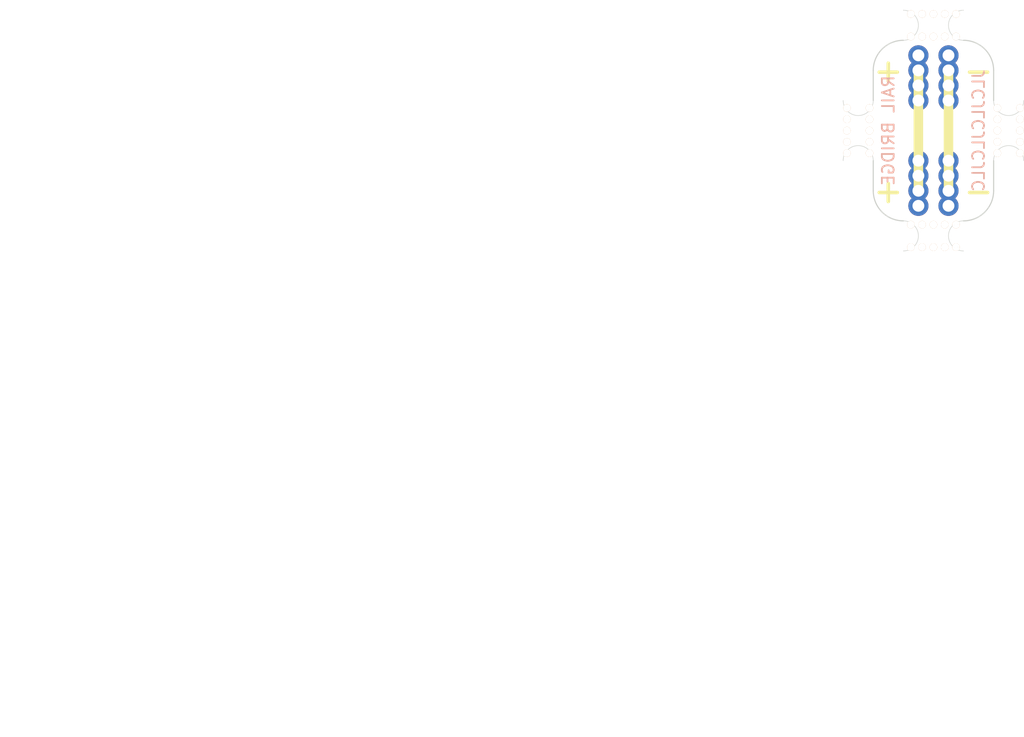
<source format=kicad_pcb>
(kicad_pcb (version 20221018) (generator pcbnew)
  (layers (0 "F.Cu" signal) (31 "B.Cu" signal) (34 "B.Paste" user) (35 "F.Paste" user) (36 "B.SilkS" user "B.Silkscreen") (37 "F.SilkS" user "F.Silkscreen") (38 "B.Mask" user) (39 "F.Mask" user) (44 "Edge.Cuts" user))
  (net 0 "")
  (net 1 "GND")
  (net 2 "VCC")
  (footprint "Library:Mouse_bites_small" (layer "F.Cu") (at 123.19 64.77 90)
    (fp_text reference "REF**" hide)
    (fp_text value "Mouse_bites_small" hide)
    (fp_arc (start -2.54 -1.27) (mid -1.27 0) (end -2.54 1.27) (stroke (width 0.05)) (layer "Edge.Cuts"))
    (fp_arc (start 2.54 1.27) (mid 1.27 0) (end 2.54 -1.27) (stroke (width 0.05)) (layer "Edge.Cuts"))
    (pad "" np_thru_hole circle (at -1.905 -0.9525 90) (size 0.635 0.635) (drill 0.635) (layers "*.SilkS"))
    (pad "" np_thru_hole circle (at -1.905 0.9525 90) (size 0.635 0.635) (drill 0.635) (layers "*.SilkS"))
    (pad "" np_thru_hole circle (at -0.9525 -0.9525 90) (size 0.635 0.635) (drill 0.635) (layers "*.SilkS"))
    (pad "" np_thru_hole circle (at -0.9525 0.9525 90) (size 0.635 0.635) (drill 0.635) (layers "*.SilkS"))
    (pad "" np_thru_hole circle (at 0 -0.9525 90) (size 0.635 0.635) (drill 0.635) (layers "*.SilkS"))
    (pad "" np_thru_hole circle (at 0 0.9525 90) (size 0.635 0.635) (drill 0.635) (layers "*.SilkS"))
    (pad "" np_thru_hole circle (at 0.9525 -0.9525 90) (size 0.635 0.635) (drill 0.635) (layers "*.SilkS"))
    (pad "" np_thru_hole circle (at 0.9525 0.9525 90) (size 0.635 0.635) (drill 0.635) (layers "*.SilkS"))
    (pad "" np_thru_hole circle (at 1.905 -0.9525 90) (size 0.635 0.635) (drill 0.635) (layers "*.SilkS"))
    (pad "" np_thru_hole circle (at 1.905 0.9525 90) (size 0.635 0.635) (drill 0.635) (layers "*.SilkS"))
  )
  (footprint "Library:Mouse_bites_small" (layer "F.Cu") (at 116.84 55.88 180)
    (fp_text reference "REF**" hide)
    (fp_text value "Mouse_bites_small" hide)
    (fp_arc (start -2.54 -1.27) (mid -1.27 0) (end -2.54 1.27) (stroke (width 0.05)) (layer "Edge.Cuts"))
    (fp_arc (start 2.54 1.27) (mid 1.27 0) (end 2.54 -1.27) (stroke (width 0.05)) (layer "Edge.Cuts"))
    (pad "" np_thru_hole circle (at -1.905 -0.9525 180) (size 0.635 0.635) (drill 0.635) (layers "*.SilkS"))
    (pad "" np_thru_hole circle (at -1.905 0.9525 180) (size 0.635 0.635) (drill 0.635) (layers "*.SilkS"))
    (pad "" np_thru_hole circle (at -0.9525 -0.9525 180) (size 0.635 0.635) (drill 0.635) (layers "*.SilkS"))
    (pad "" np_thru_hole circle (at -0.9525 0.9525 180) (size 0.635 0.635) (drill 0.635) (layers "*.SilkS"))
    (pad "" np_thru_hole circle (at 0 -0.9525 180) (size 0.635 0.635) (drill 0.635) (layers "*.SilkS"))
    (pad "" np_thru_hole circle (at 0 0.9525 180) (size 0.635 0.635) (drill 0.635) (layers "*.SilkS"))
    (pad "" np_thru_hole circle (at 0.9525 -0.9525 180) (size 0.635 0.635) (drill 0.635) (layers "*.SilkS"))
    (pad "" np_thru_hole circle (at 0.9525 0.9525 180) (size 0.635 0.635) (drill 0.635) (layers "*.SilkS"))
    (pad "" np_thru_hole circle (at 1.905 -0.9525 180) (size 0.635 0.635) (drill 0.635) (layers "*.SilkS"))
    (pad "" np_thru_hole circle (at 1.905 0.9525 180) (size 0.635 0.635) (drill 0.635) (layers "*.SilkS"))
  )
  (footprint "Library:Mouse_bites_small" (layer "F.Cu") (at 116.84 73.66 180)
    (fp_text reference "REF**" hide)
    (fp_text value "Mouse_bites_small" hide)
    (fp_arc (start -2.54 -1.27) (mid -1.27 0) (end -2.54 1.27) (stroke (width 0.05)) (layer "Edge.Cuts"))
    (fp_arc (start 2.54 1.27) (mid 1.27 0) (end 2.54 -1.27) (stroke (width 0.05)) (layer "Edge.Cuts"))
    (pad "" np_thru_hole circle (at -1.905 -0.9525 180) (size 0.635 0.635) (drill 0.635) (layers "*.SilkS"))
    (pad "" np_thru_hole circle (at -1.905 0.9525 180) (size 0.635 0.635) (drill 0.635) (layers "*.SilkS"))
    (pad "" np_thru_hole circle (at -0.9525 -0.9525 180) (size 0.635 0.635) (drill 0.635) (layers "*.SilkS"))
    (pad "" np_thru_hole circle (at -0.9525 0.9525 180) (size 0.635 0.635) (drill 0.635) (layers "*.SilkS"))
    (pad "" np_thru_hole circle (at 0 -0.9525 180) (size 0.635 0.635) (drill 0.635) (layers "*.SilkS"))
    (pad "" np_thru_hole circle (at 0 0.9525 180) (size 0.635 0.635) (drill 0.635) (layers "*.SilkS"))
    (pad "" np_thru_hole circle (at 0.9525 -0.9525 180) (size 0.635 0.635) (drill 0.635) (layers "*.SilkS"))
    (pad "" np_thru_hole circle (at 0.9525 0.9525 180) (size 0.635 0.635) (drill 0.635) (layers "*.SilkS"))
    (pad "" np_thru_hole circle (at 1.905 -0.9525 180) (size 0.635 0.635) (drill 0.635) (layers "*.SilkS"))
    (pad "" np_thru_hole circle (at 1.905 0.9525 180) (size 0.635 0.635) (drill 0.635) (layers "*.SilkS"))
  )
  (footprint "Library:Mouse_bites_small" (layer "F.Cu") (at 110.49 64.77 -90)
    (fp_text reference "REF**" hide)
    (fp_text value "Mouse_bites_small" hide)
    (fp_arc (start -2.54 -1.27) (mid -1.27 0) (end -2.54 1.27) (stroke (width 0.05)) (layer "Edge.Cuts"))
    (fp_arc (start 2.54 1.27) (mid 1.27 0) (end 2.54 -1.27) (stroke (width 0.05)) (layer "Edge.Cuts"))
    (pad "" np_thru_hole circle (at -1.905 -0.9525 270) (size 0.635 0.635) (drill 0.635) (layers "*.SilkS"))
    (pad "" np_thru_hole circle (at -1.905 0.9525 270) (size 0.635 0.635) (drill 0.635) (layers "*.SilkS"))
    (pad "" np_thru_hole circle (at -0.9525 -0.9525 270) (size 0.635 0.635) (drill 0.635) (layers "*.SilkS"))
    (pad "" np_thru_hole circle (at -0.9525 0.9525 270) (size 0.635 0.635) (drill 0.635) (layers "*.SilkS"))
    (pad "" np_thru_hole circle (at 0 -0.9525 270) (size 0.635 0.635) (drill 0.635) (layers "*.SilkS"))
    (pad "" np_thru_hole circle (at 0 0.9525 270) (size 0.635 0.635) (drill 0.635) (layers "*.SilkS"))
    (pad "" np_thru_hole circle (at 0.9525 -0.9525 270) (size 0.635 0.635) (drill 0.635) (layers "*.SilkS"))
    (pad "" np_thru_hole circle (at 0.9525 0.9525 270) (size 0.635 0.635) (drill 0.635) (layers "*.SilkS"))
    (pad "" np_thru_hole circle (at 1.905 -0.9525 270) (size 0.635 0.635) (drill 0.635) (layers "*.SilkS"))
    (pad "" np_thru_hole circle (at 1.905 0.9525 270) (size 0.635 0.635) (drill 0.635) (layers "*.SilkS"))
  )
  (footprint "Library:PinHeader_1x02_P2.54mm_Vertical_edited" (layer "B.Cu") (at 115.57 58.42 -90)
    (fp_text reference "J1" hide)
    (fp_text value "Conn_01x02")
    (pad "1" thru_hole oval (at 0 0 270) (size 1.7 1.7) (drill 1) (layers "*.Cu" "*.Mask") (net 2 "VCC"))
    (pad "2" thru_hole oval (at 0 -2.54 270) (size 1.7 1.7) (drill 1) (layers "*.Cu" "*.Mask") (net 1 "GND"))
  )
  (footprint "Library:PinHeader_1x02_P2.54mm_Vertical_edited" (layer "B.Cu") (at 115.57 67.31 -90)
    (fp_text reference "J5" hide)
    (fp_text value "Conn_01x02")
    (pad "1" thru_hole oval (at 0 0 270) (size 1.7 1.7) (drill 1) (layers "*.Cu" "*.Mask") (net 2 "VCC"))
    (pad "2" thru_hole oval (at 0 -2.54 270) (size 1.7 1.7) (drill 1) (layers "*.Cu" "*.Mask") (net 1 "GND"))
  )
  (footprint "Library:PinHeader_1x02_P2.54mm_Vertical_edited" (layer "B.Cu") (at 115.57 69.85 -90)
    (fp_text reference "J7" hide)
    (fp_text value "Conn_01x02")
    (pad "1" thru_hole oval (at 0 0 270) (size 1.7 1.7) (drill 1) (layers "*.Cu" "*.Mask") (net 2 "VCC"))
    (pad "2" thru_hole oval (at 0 -2.54 270) (size 1.7 1.7) (drill 1) (layers "*.Cu" "*.Mask") (net 1 "GND"))
  )
  (footprint "Library:PinHeader_1x02_P2.54mm_Vertical_edited" (layer "B.Cu") (at 115.57 68.58 -90)
    (fp_text reference "J6" hide)
    (fp_text value "Conn_01x02")
    (pad "1" thru_hole oval (at 0 0 270) (size 1.7 1.7) (drill 1) (layers "*.Cu" "*.Mask") (net 2 "VCC"))
    (pad "2" thru_hole oval (at 0 -2.54 270) (size 1.7 1.7) (drill 1) (layers "*.Cu" "*.Mask") (net 1 "GND"))
  )
  (footprint "Library:PinHeader_1x02_P2.54mm_Vertical_edited" (layer "B.Cu") (at 115.57 71.12 -90)
    (fp_text reference "J8" hide)
    (fp_text value "Conn_01x02")
    (pad "1" thru_hole oval (at 0 0 270) (size 1.7 1.7) (drill 1) (layers "*.Cu" "*.Mask") (net 2 "VCC"))
    (pad "2" thru_hole oval (at 0 -2.54 270) (size 1.7 1.7) (drill 1) (layers "*.Cu" "*.Mask") (net 1 "GND"))
  )
  (footprint "Library:PinHeader_1x02_P2.54mm_Vertical_edited" (layer "B.Cu") (at 115.57 59.69 -90)
    (fp_text reference "J2" hide)
    (fp_text value "Conn_01x02")
    (pad "1" thru_hole oval (at 0 0 270) (size 1.7 1.7) (drill 1) (layers "*.Cu" "*.Mask") (net 2 "VCC"))
    (pad "2" thru_hole oval (at 0 -2.54 270) (size 1.7 1.7) (drill 1) (layers "*.Cu" "*.Mask") (net 1 "GND"))
  )
  (footprint "Library:PinHeader_1x02_P2.54mm_Vertical_edited" (layer "B.Cu") (at 115.57 60.96 -90)
    (fp_text reference "J3" hide)
    (fp_text value "Conn_01x02")
    (pad "1" thru_hole oval (at 0 0 270) (size 1.7 1.7) (drill 1) (layers "*.Cu" "*.Mask") (net 2 "VCC"))
    (pad "2" thru_hole oval (at 0 -2.54 270) (size 1.7 1.7) (drill 1) (layers "*.Cu" "*.Mask") (net 1 "GND"))
  )
  (footprint "Library:PinHeader_1x02_P2.54mm_Vertical_edited" (layer "B.Cu") (at 115.57 62.23 -90)
    (fp_text reference "J4" hide)
    (fp_text value "Conn_01x02")
    (pad "1" thru_hole oval (at 0 0 270) (size 1.7 1.7) (drill 1) (layers "*.Cu" "*.Mask") (net 2 "VCC"))
    (pad "2" thru_hole oval (at 0 -2.54 270) (size 1.7 1.7) (drill 1) (layers "*.Cu" "*.Mask") (net 1 "GND"))
  )
  (gr_line (start 115.57 69.85) (end 115.57 59.69) (stroke (width 0.8)) (layer "F.SilkS"))
  (gr_line (start 118.11 69.85) (end 118.11 59.69) (stroke (width 0.8)) (layer "F.SilkS"))
  (gr_arc (start 121.92 69.85) (mid 121.176051 71.646051) (end 119.38 72.39) (stroke (width 0.1)) (layer "Edge.Cuts"))
  (gr_arc (start 114.3 72.39) (mid 112.503949 71.646051) (end 111.76 69.85) (stroke (width 0.1)) (layer "Edge.Cuts"))
  (gr_line (start 121.92 69.85) (end 121.92 67.31) (stroke (width 0.1)) (layer "Edge.Cuts"))
  (gr_arc (start 119.38 57.15) (mid 121.176051 57.893949) (end 121.92 59.69) (stroke (width 0.1)) (layer "Edge.Cuts"))
  (gr_line (start 111.76 69.85) (end 111.76 67.31) (stroke (width 0.1)) (layer "Edge.Cuts"))
  (gr_arc (start 111.76 59.69) (mid 112.503949 57.893949) (end 114.3 57.15) (stroke (width 0.1)) (layer "Edge.Cuts"))
  (gr_line (start 121.92 59.69) (end 121.92 62.23) (stroke (width 0.1)) (layer "Edge.Cuts"))
  (gr_line (start 111.76 59.69) (end 111.76 62.23) (stroke (width 0.1)) (layer "Edge.Cuts"))
  (gr_text "RAIL BRIDGE" (at 113.03 64.77 90) (layer "B.SilkS") (effects (font (size 1 1)) (justify mirror)))
  (gr_text "JLCJLCJLCJLC" (at 120.65 64.77 90) (layer "B.SilkS") (effects (font (size 1 1)) (justify mirror)))
  (gr_text "-" (at 120.65 59.69) (layer "F.SilkS") (effects (font (size 2 2) (thickness 0.3))))
  (gr_text "+" (at 113.03 59.69) (layer "F.SilkS") (effects (font (size 2 2) (thickness 0.3))))
  (gr_text "-" (at 120.65 69.85) (layer "F.SilkS") (effects (font (size 2 2) (thickness 0.3))))
  (gr_text "+" (at 113.03 69.85) (layer "F.SilkS") (effects (font (size 2 2) (thickness 0.3))))
  (segment (start 118.11 58.42) (end 118.11 71.12) (width 0.4) (layer "B.Cu") (net 1))
  (segment (start 115.57 58.42) (end 115.57 71.12) (width 0.4) (layer "B.Cu") (net 2))
)
</source>
